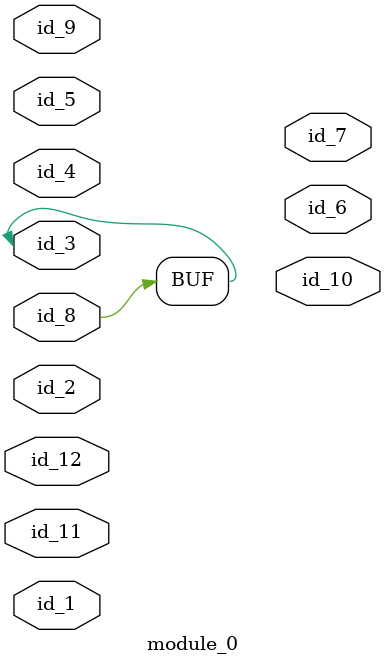
<source format=v>
module module_0 (
    id_1,
    id_2,
    id_3,
    id_4,
    id_5,
    id_6,
    id_7,
    id_8,
    id_9,
    id_10,
    id_11,
    id_12
);
  input id_12;
  input id_11;
  output id_10;
  inout id_9;
  input id_8;
  output id_7;
  output id_6;
  inout id_5;
  input id_4;
  inout id_3;
  inout id_2;
  inout id_1;
  assign id_3 = id_8;
endmodule

</source>
